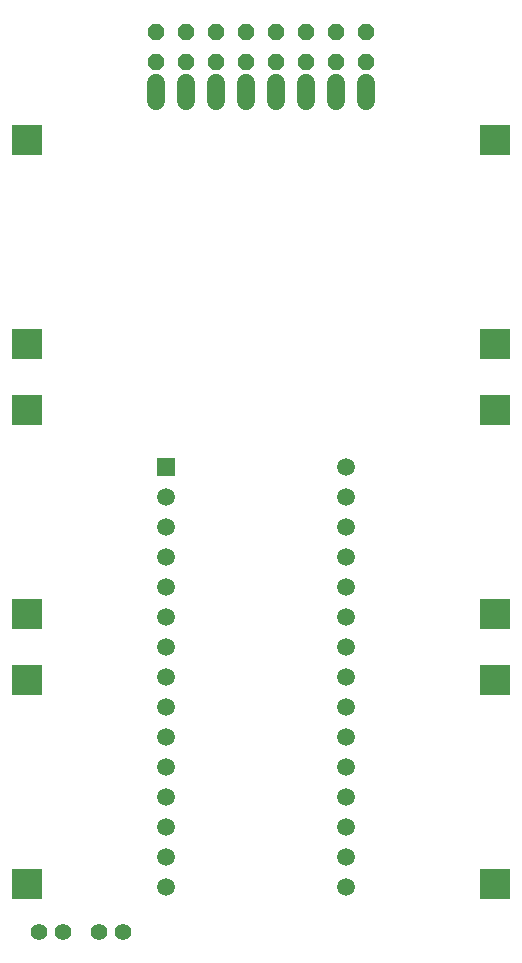
<source format=gbr>
G04 EAGLE Gerber X2 export*
%TF.Part,Single*%
%TF.FileFunction,Copper,L2,Bot,Mixed*%
%TF.FilePolarity,Positive*%
%TF.GenerationSoftware,Autodesk,EAGLE,9.0.1*%
%TF.CreationDate,2018-07-05T12:19:16Z*%
G75*
%MOMM*%
%FSLAX34Y34*%
%LPD*%
%AMOC8*
5,1,8,0,0,1.08239X$1,22.5*%
G01*
%ADD10C,1.524000*%
%ADD11R,2.500000X2.500000*%
%ADD12C,1.408000*%
%ADD13R,1.508000X1.508000*%
%ADD14C,1.508000*%
%ADD15P,1.539592X8X22.500000*%


D10*
X215900Y728980D02*
X215900Y744220D01*
X241300Y744220D02*
X241300Y728980D01*
X266700Y728980D02*
X266700Y744220D01*
X292100Y744220D02*
X292100Y728980D01*
X317500Y728980D02*
X317500Y744220D01*
X342900Y744220D02*
X342900Y728980D01*
X368300Y728980D02*
X368300Y744220D01*
X393700Y744220D02*
X393700Y728980D01*
D11*
X106680Y238760D03*
X106680Y66040D03*
X502920Y66040D03*
X502920Y238760D03*
X106680Y467360D03*
X106680Y294640D03*
X502920Y294640D03*
X502920Y467360D03*
X106680Y695960D03*
X106680Y523240D03*
X502920Y523240D03*
X502920Y695960D03*
D12*
X187800Y25400D03*
X167800Y25400D03*
X117000Y25400D03*
X137000Y25400D03*
D13*
X223780Y419100D03*
D14*
X223780Y393700D03*
X223780Y368300D03*
X223780Y342900D03*
X223780Y317500D03*
X223780Y292100D03*
X223780Y266700D03*
X223780Y241300D03*
X223780Y215900D03*
X223780Y190500D03*
X223780Y165100D03*
X223780Y139700D03*
X376180Y419100D03*
X376180Y393700D03*
X376180Y368300D03*
X376180Y342900D03*
X376180Y317500D03*
X376180Y292100D03*
X376180Y241300D03*
X376180Y215900D03*
X376180Y165100D03*
X376180Y139700D03*
X376180Y190500D03*
X376180Y266700D03*
X223780Y114300D03*
X223780Y88900D03*
X223780Y63500D03*
X376180Y114300D03*
X376180Y88900D03*
X376180Y63500D03*
D15*
X215900Y762000D03*
X215900Y787400D03*
X241300Y762000D03*
X241300Y787400D03*
X266700Y762000D03*
X266700Y787400D03*
X292100Y762000D03*
X292100Y787400D03*
X317500Y762000D03*
X317500Y787400D03*
X342900Y762000D03*
X342900Y787400D03*
X368300Y762000D03*
X368300Y787400D03*
X393700Y762000D03*
X393700Y787400D03*
M02*

</source>
